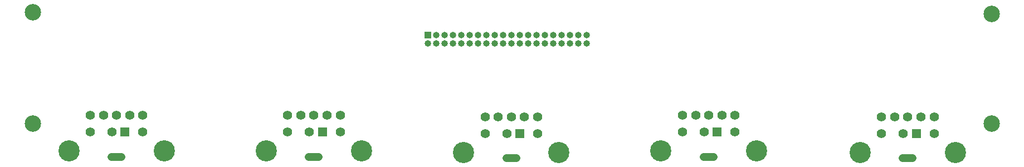
<source format=gbr>
G04 #@! TF.GenerationSoftware,KiCad,Pcbnew,(6.0.7-1)-1*
G04 #@! TF.CreationDate,2023-02-04T12:54:48-08:00*
G04 #@! TF.ProjectId,switcher-input-daughterboard,73776974-6368-4657-922d-696e7075742d,1*
G04 #@! TF.SameCoordinates,Original*
G04 #@! TF.FileFunction,Soldermask,Bot*
G04 #@! TF.FilePolarity,Negative*
%FSLAX46Y46*%
G04 Gerber Fmt 4.6, Leading zero omitted, Abs format (unit mm)*
G04 Created by KiCad (PCBNEW (6.0.7-1)-1) date 2023-02-04 12:54:48*
%MOMM*%
%LPD*%
G01*
G04 APERTURE LIST*
%ADD10C,2.500000*%
%ADD11R,1.408000X1.408000*%
%ADD12C,1.408000*%
%ADD13O,2.730000X1.230000*%
%ADD14C,3.216000*%
%ADD15O,1.000000X1.000000*%
%ADD16R,1.000000X1.000000*%
G04 APERTURE END LIST*
D10*
X260000000Y-43250000D03*
X260000000Y-60000000D03*
X114250000Y-60000000D03*
X114250000Y-43000000D03*
D11*
X128300000Y-61200000D03*
D12*
X126300000Y-61200000D03*
X131000000Y-61200000D03*
X129000000Y-58700000D03*
X127000000Y-58700000D03*
X123000000Y-61200000D03*
X131000000Y-58700000D03*
X125000000Y-58700000D03*
X123000000Y-58700000D03*
D13*
X127000000Y-65000000D03*
D14*
X119750000Y-64100000D03*
X134250000Y-64100000D03*
D15*
X174300000Y-47800000D03*
X175570000Y-47800000D03*
X176840000Y-47800000D03*
X178110000Y-47800000D03*
X179380000Y-47800000D03*
X180650000Y-47800000D03*
X181920000Y-47800000D03*
X183190000Y-47800000D03*
X184460000Y-47800000D03*
X185730000Y-47800000D03*
X187000000Y-47800000D03*
X188270000Y-47800000D03*
X189540000Y-47800000D03*
X190810000Y-47800000D03*
X192080000Y-47800000D03*
X193350000Y-47800000D03*
X194620000Y-47800000D03*
X195890000Y-47800000D03*
X197160000Y-47800000D03*
X198430000Y-47800000D03*
X198430000Y-46530000D03*
X197160000Y-46530000D03*
X195890000Y-46530000D03*
X194620000Y-46530000D03*
X193350000Y-46530000D03*
X192080000Y-46530000D03*
X190810000Y-46530000D03*
X189540000Y-46530000D03*
X188270000Y-46530000D03*
X187000000Y-46530000D03*
X185730000Y-46530000D03*
X184460000Y-46530000D03*
X183190000Y-46530000D03*
X181920000Y-46530000D03*
X180650000Y-46530000D03*
X179380000Y-46530000D03*
X178110000Y-46530000D03*
X176840000Y-46530000D03*
X175570000Y-46530000D03*
D16*
X174300000Y-46530000D03*
D14*
X224250000Y-64100000D03*
X209750000Y-64100000D03*
D13*
X217000000Y-65000000D03*
D12*
X213000000Y-58700000D03*
X215000000Y-58700000D03*
X221000000Y-58700000D03*
X213000000Y-61200000D03*
X217000000Y-58700000D03*
X219000000Y-58700000D03*
X221000000Y-61200000D03*
X216300000Y-61200000D03*
D11*
X218300000Y-61200000D03*
X248550000Y-61450000D03*
D12*
X246550000Y-61450000D03*
X251250000Y-61450000D03*
X249250000Y-58950000D03*
X247250000Y-58950000D03*
X243250000Y-61450000D03*
X251250000Y-58950000D03*
X245250000Y-58950000D03*
X243250000Y-58950000D03*
D13*
X247250000Y-65250000D03*
D14*
X240000000Y-64350000D03*
X254500000Y-64350000D03*
D11*
X188300000Y-61450000D03*
D12*
X186300000Y-61450000D03*
X191000000Y-61450000D03*
X189000000Y-58950000D03*
X187000000Y-58950000D03*
X183000000Y-61450000D03*
X191000000Y-58950000D03*
X185000000Y-58950000D03*
X183000000Y-58950000D03*
D13*
X187000000Y-65250000D03*
D14*
X179750000Y-64350000D03*
X194250000Y-64350000D03*
D11*
X158300000Y-61200000D03*
D12*
X156300000Y-61200000D03*
X161000000Y-61200000D03*
X159000000Y-58700000D03*
X157000000Y-58700000D03*
X153000000Y-61200000D03*
X161000000Y-58700000D03*
X155000000Y-58700000D03*
X153000000Y-58700000D03*
D13*
X157000000Y-65000000D03*
D14*
X149750000Y-64100000D03*
X164250000Y-64100000D03*
M02*

</source>
